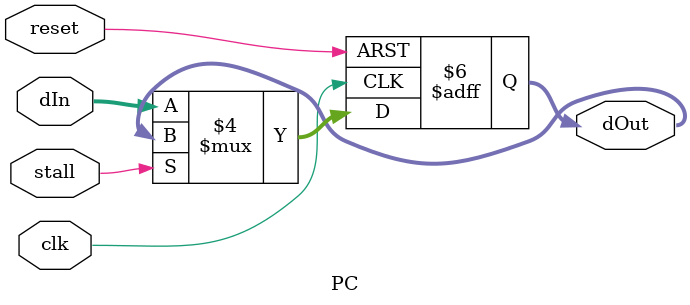
<source format=v>
module PC (input clk,reset,stall,
           input [31 :0]     dIn,//next_pc
           output reg [31:0] dOut);//pc
   always @(posedge clk or negedge reset)
     begin
        if(reset==1'b0)
          dOut <= 32'h0000_0000;
        else
          if(!stall)
            dOut <= dIn;
     end
endmodule // PC

</source>
